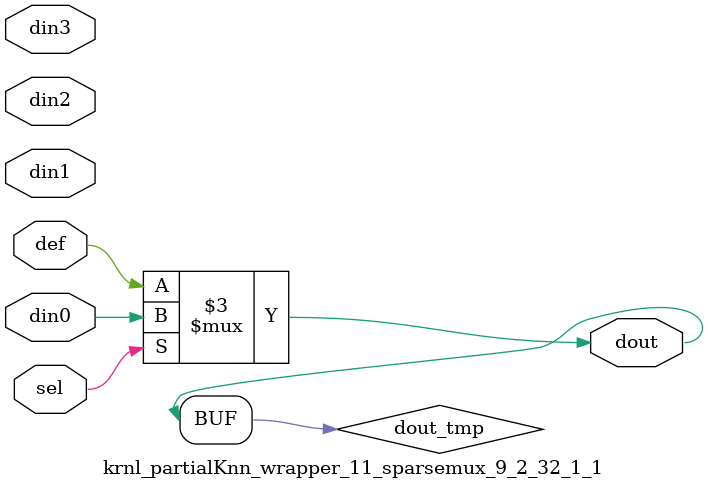
<source format=v>
`timescale 1ns / 1ps

module krnl_partialKnn_wrapper_11_sparsemux_9_2_32_1_1 (din0,din1,din2,din3,def,sel,dout);

parameter din0_WIDTH = 1;

parameter din1_WIDTH = 1;

parameter din2_WIDTH = 1;

parameter din3_WIDTH = 1;

parameter def_WIDTH = 1;
parameter sel_WIDTH = 1;
parameter dout_WIDTH = 1;

parameter [sel_WIDTH-1:0] CASE0 = 1;

parameter [sel_WIDTH-1:0] CASE1 = 1;

parameter [sel_WIDTH-1:0] CASE2 = 1;

parameter [sel_WIDTH-1:0] CASE3 = 1;

parameter ID = 1;
parameter NUM_STAGE = 1;



input [din0_WIDTH-1:0] din0;

input [din1_WIDTH-1:0] din1;

input [din2_WIDTH-1:0] din2;

input [din3_WIDTH-1:0] din3;

input [def_WIDTH-1:0] def;
input [sel_WIDTH-1:0] sel;

output [dout_WIDTH-1:0] dout;



reg [dout_WIDTH-1:0] dout_tmp;

always @ (*) begin
case (sel)
    
    CASE0 : dout_tmp = din0;
    
    CASE1 : dout_tmp = din1;
    
    CASE2 : dout_tmp = din2;
    
    CASE3 : dout_tmp = din3;
    
    default : dout_tmp = def;
endcase
end


assign dout = dout_tmp;



endmodule

</source>
